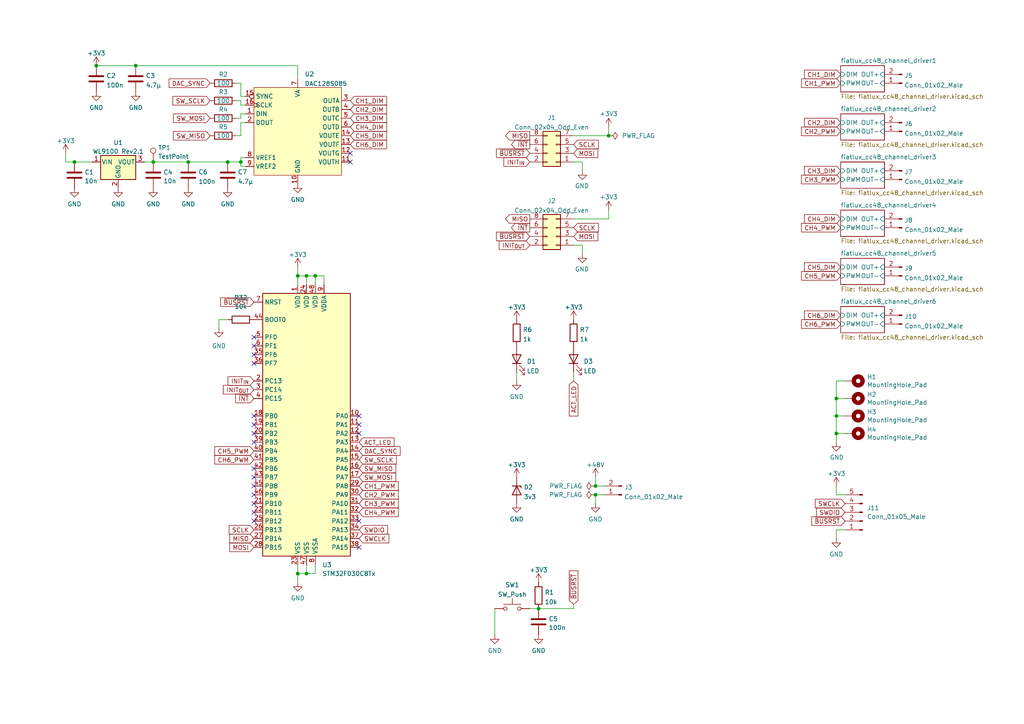
<source format=kicad_sch>
(kicad_sch (version 20211123) (generator eeschema)
  (paper "A4")
  (lib_symbols
    (symbol "Connector:Conn_01x02_Male" (pin_names (offset 1.016) hide)
      (property "Reference" "J" (at 0 2.54 0))
      (property "Value" "Conn_01x02_Male" (at 0 -5.08 0))
      (symbol "Conn_01x02_Male_1_1"
        (polyline (pts (xy 1.27 -2.54) (xy 0.8636 -2.54)) (stroke (width 0.1524)))
        (polyline (pts (xy 1.27 0) (xy 0.8636 0)) (stroke (width 0.1524)))
        (rectangle (start 0.8636 -2.413) (end 0 -2.667) (stroke (width 0.1524)) (fill (type outline)))
        (rectangle (start 0.8636 0.127) (end 0 -0.127) (stroke (width 0.1524)) (fill (type outline)))
        (pin passive line (at 5.08 0 180) (length 3.81) (name "Pin_1") (number "1"))
        (pin passive line (at 5.08 -2.54 180) (length 3.81) (name "Pin_2") (number "2"))
      )
    )
    (symbol "Connector:Conn_01x05_Male" (pin_names (offset 1.016) hide)
      (property "Reference" "J" (at 0 7.62 0))
      (property "Value" "Conn_01x05_Male" (at 0 -7.62 0))
      (symbol "Conn_01x05_Male_1_1"
        (polyline (pts (xy 1.27 -5.08) (xy 0.8636 -5.08)) (stroke (width 0.1524)))
        (polyline (pts (xy 1.27 -2.54) (xy 0.8636 -2.54)) (stroke (width 0.1524)))
        (polyline (pts (xy 1.27 0) (xy 0.8636 0)) (stroke (width 0.1524)))
        (polyline (pts (xy 1.27 2.54) (xy 0.8636 2.54)) (stroke (width 0.1524)))
        (polyline (pts (xy 1.27 5.08) (xy 0.8636 5.08)) (stroke (width 0.1524)))
        (rectangle (start 0.8636 -4.953) (end 0 -5.207) (stroke (width 0.1524)) (fill (type outline)))
        (rectangle (start 0.8636 -2.413) (end 0 -2.667) (stroke (width 0.1524)) (fill (type outline)))
        (rectangle (start 0.8636 0.127) (end 0 -0.127) (stroke (width 0.1524)) (fill (type outline)))
        (rectangle (start 0.8636 2.667) (end 0 2.413) (stroke (width 0.1524)) (fill (type outline)))
        (rectangle (start 0.8636 5.207) (end 0 4.953) (stroke (width 0.1524)) (fill (type outline)))
        (pin passive line (at 5.08 5.08 180) (length 3.81) (name "Pin_1") (number "1"))
        (pin passive line (at 5.08 2.54 180) (length 3.81) (name "Pin_2") (number "2"))
        (pin passive line (at 5.08 0 180) (length 3.81) (name "Pin_3") (number "3"))
        (pin passive line (at 5.08 -2.54 180) (length 3.81) (name "Pin_4") (number "4"))
        (pin passive line (at 5.08 -5.08 180) (length 3.81) (name "Pin_5") (number "5"))
      )
    )
    (symbol "Connector:TestPoint" (pin_numbers hide) (pin_names (offset 0.762) hide)
      (property "Reference" "TP" (at 0 6.858 0))
      (property "Value" "TestPoint" (at 0 5.08 0))
      (symbol "TestPoint_0_1"
        (circle (center 0 3.302) (radius 0.762))
      )
      (symbol "TestPoint_1_1"
        (pin passive line (at 0 0 90) (length 2.54) (name "1") (number "1"))
      )
    )
    (symbol "Connector_Generic:Conn_02x04_Odd_Even" (pin_names (offset 1.016) hide)
      (property "Reference" "J" (at 1.27 5.08 0))
      (property "Value" "Conn_02x04_Odd_Even" (at 1.27 -7.62 0))
      (symbol "Conn_02x04_Odd_Even_1_1"
        (rectangle (start -1.27 -4.953) (end 0 -5.207) (stroke (width 0.1524)))
        (rectangle (start -1.27 -2.413) (end 0 -2.667) (stroke (width 0.1524)))
        (rectangle (start -1.27 0.127) (end 0 -0.127) (stroke (width 0.1524)))
        (rectangle (start -1.27 2.667) (end 0 2.413) (stroke (width 0.1524)))
        (rectangle (start -1.27 3.81) (end 3.81 -6.35) (stroke (width 0.254)) (fill (type background)))
        (rectangle (start 3.81 -4.953) (end 2.54 -5.207) (stroke (width 0.1524)))
        (rectangle (start 3.81 -2.413) (end 2.54 -2.667) (stroke (width 0.1524)))
        (rectangle (start 3.81 0.127) (end 2.54 -0.127) (stroke (width 0.1524)))
        (rectangle (start 3.81 2.667) (end 2.54 2.413) (stroke (width 0.1524)))
        (pin passive line (at -5.08 2.54 0) (length 3.81) (name "Pin_1") (number "1"))
        (pin passive line (at 7.62 2.54 180) (length 3.81) (name "Pin_2") (number "2"))
        (pin passive line (at -5.08 0 0) (length 3.81) (name "Pin_3") (number "3"))
        (pin passive line (at 7.62 0 180) (length 3.81) (name "Pin_4") (number "4"))
        (pin passive line (at -5.08 -2.54 0) (length 3.81) (name "Pin_5") (number "5"))
        (pin passive line (at 7.62 -2.54 180) (length 3.81) (name "Pin_6") (number "6"))
        (pin passive line (at -5.08 -5.08 0) (length 3.81) (name "Pin_7") (number "7"))
        (pin passive line (at 7.62 -5.08 180) (length 3.81) (name "Pin_8") (number "8"))
      )
    )
    (symbol "Device:C" (pin_numbers hide) (pin_names (offset 0.254))
      (property "Reference" "C" (at 0.635 2.54 0))
      (property "Value" "C" (at 0.635 -2.54 0))
      (symbol "C_0_1"
        (polyline (pts (xy -2.032 -0.762) (xy 2.032 -0.762)) (stroke (width 0.508)))
        (polyline (pts (xy -2.032 0.762) (xy 2.032 0.762)) (stroke (width 0.508)))
      )
      (symbol "C_1_1"
        (pin passive line (at 0 3.81 270) (length 2.794) (name "~") (number "1"))
        (pin passive line (at 0 -3.81 90) (length 2.794) (name "~") (number "2"))
      )
    )
    (symbol "Device:D_Zener" (pin_numbers hide) (pin_names (offset 1.016) hide)
      (property "Reference" "D" (at 0 2.54 0))
      (property "Value" "D_Zener" (at 0 -2.54 0))
      (symbol "D_Zener_0_1"
        (polyline (pts (xy 1.27 0) (xy -1.27 0)))
        (polyline (pts (xy -1.27 -1.27) (xy -1.27 1.27) (xy -0.762 1.27)) (stroke (width 0.254)))
        (polyline (pts (xy 1.27 -1.27) (xy 1.27 1.27) (xy -1.27 0) (xy 1.27 -1.27)) (stroke (width 0.254)))
      )
      (symbol "D_Zener_1_1"
        (pin passive line (at -3.81 0 0) (length 2.54) (name "K") (number "1"))
        (pin passive line (at 3.81 0 180) (length 2.54) (name "A") (number "2"))
      )
    )
    (symbol "Device:LED" (pin_numbers hide) (pin_names (offset 1.016) hide)
      (property "Reference" "D" (at 0 2.54 0))
      (property "Value" "LED" (at 0 -2.54 0))
      (symbol "LED_0_1"
        (polyline (pts (xy -1.27 -1.27) (xy -1.27 1.27)) (stroke (width 0.254)))
        (polyline (pts (xy -1.27 0) (xy 1.27 0)))
        (polyline (pts (xy 1.27 -1.27) (xy 1.27 1.27) (xy -1.27 0) (xy 1.27 -1.27)) (stroke (width 0.254)))
        (polyline (pts (xy -3.048 -0.762) (xy -4.572 -2.286) (xy -3.81 -2.286) (xy -4.572 -2.286) (xy -4.572 -1.524)))
        (polyline (pts (xy -1.778 -0.762) (xy -3.302 -2.286) (xy -2.54 -2.286) (xy -3.302 -2.286) (xy -3.302 -1.524)))
      )
      (symbol "LED_1_1"
        (pin passive line (at -3.81 0 0) (length 2.54) (name "K") (number "1"))
        (pin passive line (at 3.81 0 180) (length 2.54) (name "A") (number "2"))
      )
    )
    (symbol "Device:R" (pin_numbers hide) (pin_names (offset 0))
      (property "Reference" "R" (at 2.032 0 90))
      (property "Value" "R" (at 0 0 90))
      (symbol "R_0_1"
        (rectangle (start -1.016 -2.54) (end 1.016 2.54) (stroke (width 0.254)))
      )
      (symbol "R_1_1"
        (pin passive line (at 0 3.81 270) (length 1.27) (name "~") (number "1"))
        (pin passive line (at 0 -3.81 90) (length 1.27) (name "~") (number "2"))
      )
    )
    (symbol "Library:DAC128S085"
      (property "Reference" "U" (at 0 -1.27 0))
      (property "Value" "DAC128S085" (at 0 1.27 0))
      (symbol "DAC128S085_0_1"
        (rectangle (start -12.7 12.7) (end 12.7 -12.7) (stroke (width 0.1524)) (fill (type background)))
      )
      (symbol "DAC128S085_1_1"
        (pin input line (at -15.24 5.08 0) (length 2.54) (name "DIN") (number "1"))
        (pin power_in line (at 0 -15.24 90) (length 2.54) (name "GND") (number "10"))
        (pin output line (at 15.24 -8.89 180) (length 2.54) (name "VOUTH") (number "11"))
        (pin output line (at 15.24 -6.35 180) (length 2.54) (name "VOUTG") (number "12"))
        (pin output line (at 15.24 -3.81 180) (length 2.54) (name "VOUTF") (number "13"))
        (pin output line (at 15.24 -1.27 180) (length 2.54) (name "VOUTE") (number "14"))
        (pin input inverted (at -15.24 10.16 0) (length 2.54) (name "SYNC") (number "15"))
        (pin input clock (at -15.24 7.62 0) (length 2.54) (name "SCLK") (number "16"))
        (pin output line (at -15.24 2.54 0) (length 2.54) (name "DOUT") (number "2"))
        (pin output line (at 15.24 8.89 180) (length 2.54) (name "OUTA") (number "3"))
        (pin output line (at 15.24 6.35 180) (length 2.54) (name "OUTB") (number "4"))
        (pin output line (at 15.24 3.81 180) (length 2.54) (name "OUTC") (number "5"))
        (pin output line (at 15.24 1.27 180) (length 2.54) (name "OUTD") (number "6"))
        (pin power_in line (at 0 15.24 270) (length 2.54) (name "VA") (number "7"))
        (pin input line (at -15.24 -7.62 0) (length 2.54) (name "VREF1") (number "8"))
        (pin input line (at -15.24 -10.16 0) (length 2.54) (name "VREF2") (number "9"))
      )
    )
    (symbol "MCU_ST_STM32F0:STM32F030C8Tx"
      (property "Reference" "U" (at -12.7 39.37 0))
      (property "Value" "STM32F030C8Tx" (at 7.62 39.37 0))
      (symbol "STM32F030C8Tx_0_1"
        (rectangle (start -12.7 -38.1) (end 12.7 38.1) (stroke (width 0.254)) (fill (type background)))
      )
      (symbol "STM32F030C8Tx_1_1"
        (pin power_in line (at -2.54 40.64 270) (length 2.54) (name "VDD") (number "1"))
        (pin bidirectional line (at 15.24 2.54 180) (length 2.54) (name "PA0") (number "10"))
        (pin bidirectional line (at 15.24 0 180) (length 2.54) (name "PA1") (number "11"))
        (pin bidirectional line (at 15.24 -2.54 180) (length 2.54) (name "PA2") (number "12"))
        (pin bidirectional line (at 15.24 -5.08 180) (length 2.54) (name "PA3") (number "13"))
        (pin bidirectional line (at 15.24 -7.62 180) (length 2.54) (name "PA4") (number "14"))
        (pin bidirectional line (at 15.24 -10.16 180) (length 2.54) (name "PA5") (number "15"))
        (pin bidirectional line (at 15.24 -12.7 180) (length 2.54) (name "PA6") (number "16"))
        (pin bidirectional line (at 15.24 -15.24 180) (length 2.54) (name "PA7") (number "17"))
        (pin bidirectional line (at -15.24 2.54 0) (length 2.54) (name "PB0") (number "18"))
        (pin bidirectional line (at -15.24 0 0) (length 2.54) (name "PB1") (number "19"))
        (pin bidirectional line (at -15.24 12.7 0) (length 2.54) (name "PC13") (number "2"))
        (pin bidirectional line (at -15.24 -2.54 0) (length 2.54) (name "PB2") (number "20"))
        (pin bidirectional line (at -15.24 -22.86 0) (length 2.54) (name "PB10") (number "21"))
        (pin bidirectional line (at -15.24 -25.4 0) (length 2.54) (name "PB11") (number "22"))
        (pin power_in line (at -2.54 -40.64 90) (length 2.54) (name "VSS") (number "23"))
        (pin power_in line (at 0 40.64 270) (length 2.54) (name "VDD") (number "24"))
        (pin bidirectional line (at -15.24 -27.94 0) (length 2.54) (name "PB12") (number "25"))
        (pin bidirectional line (at -15.24 -30.48 0) (length 2.54) (name "PB13") (number "26"))
        (pin bidirectional line (at -15.24 -33.02 0) (length 2.54) (name "PB14") (number "27"))
        (pin bidirectional line (at -15.24 -35.56 0) (length 2.54) (name "PB15") (number "28"))
        (pin bidirectional line (at 15.24 -17.78 180) (length 2.54) (name "PA8") (number "29"))
        (pin bidirectional line (at -15.24 10.16 0) (length 2.54) (name "PC14") (number "3"))
        (pin bidirectional line (at 15.24 -20.32 180) (length 2.54) (name "PA9") (number "30"))
        (pin bidirectional line (at 15.24 -22.86 180) (length 2.54) (name "PA10") (number "31"))
        (pin bidirectional line (at 15.24 -25.4 180) (length 2.54) (name "PA11") (number "32"))
        (pin bidirectional line (at 15.24 -27.94 180) (length 2.54) (name "PA12") (number "33"))
        (pin bidirectional line (at 15.24 -30.48 180) (length 2.54) (name "PA13") (number "34"))
        (pin bidirectional line (at -15.24 20.32 0) (length 2.54) (name "PF6") (number "35"))
        (pin bidirectional line (at -15.24 17.78 0) (length 2.54) (name "PF7") (number "36"))
        (pin bidirectional line (at 15.24 -33.02 180) (length 2.54) (name "PA14") (number "37"))
        (pin bidirectional line (at 15.24 -35.56 180) (length 2.54) (name "PA15") (number "38"))
        (pin bidirectional line (at -15.24 -5.08 0) (length 2.54) (name "PB3") (number "39"))
        (pin bidirectional line (at -15.24 7.62 0) (length 2.54) (name "PC15") (number "4"))
        (pin bidirectional line (at -15.24 -7.62 0) (length 2.54) (name "PB4") (number "40"))
        (pin bidirectional line (at -15.24 -10.16 0) (length 2.54) (name "PB5") (number "41"))
        (pin bidirectional line (at -15.24 -12.7 0) (length 2.54) (name "PB6") (number "42"))
        (pin bidirectional line (at -15.24 -15.24 0) (length 2.54) (name "PB7") (number "43"))
        (pin input line (at -15.24 30.48 0) (length 2.54) (name "BOOT0") (number "44"))
        (pin bidirectional line (at -15.24 -17.78 0) (length 2.54) (name "PB8") (number "45"))
        (pin bidirectional line (at -15.24 -20.32 0) (length 2.54) (name "PB9") (number "46"))
        (pin power_in line (at 0 -40.64 90) (length 2.54) (name "VSS") (number "47"))
        (pin power_in line (at 2.54 40.64 270) (length 2.54) (name "VDD") (number "48"))
        (pin input line (at -15.24 25.4 0) (length 2.54) (name "PF0") (number "5"))
        (pin input line (at -15.24 22.86 0) (length 2.54) (name "PF1") (number "6"))
        (pin input line (at -15.24 35.56 0) (length 2.54) (name "NRST") (number "7"))
        (pin power_in line (at 2.54 -40.64 90) (length 2.54) (name "VSSA") (number "8"))
        (pin power_in line (at 5.08 40.64 270) (length 2.54) (name "VDDA") (number "9"))
      )
    )
    (symbol "Mechanical:MountingHole_Pad" (pin_numbers hide) (pin_names (offset 1.016) hide)
      (property "Reference" "H" (at 0 6.35 0))
      (property "Value" "MountingHole_Pad" (at 0 4.445 0))
      (symbol "MountingHole_Pad_0_1"
        (circle (center 0 1.27) (radius 1.27) (stroke (width 1.27)))
      )
      (symbol "MountingHole_Pad_1_1"
        (pin input line (at 0 -2.54 90) (length 2.54) (name "1") (number "1"))
      )
    )
    (symbol "Regulator_Linear:AP2204R-3.0" (pin_names (offset 0.254))
      (property "Reference" "U" (at -5.08 3.175 0))
      (property "Value" "AP2204R-3.0" (at 0 3.175 0))
      (symbol "AP2204R-3.0_0_1"
        (rectangle (start -5.08 1.905) (end 5.08 -5.08) (stroke (width 0.254)) (fill (type background)))
      )
      (symbol "AP2204R-3.0_1_1"
        (pin power_in line (at -7.62 0 0) (length 2.54) (name "VIN") (number "1"))
        (pin power_in line (at 0 -7.62 90) (length 2.54) (name "GND") (number "2"))
        (pin power_out line (at 7.62 0 180) (length 2.54) (name "VOUT") (number "3"))
      )
    )
    (symbol "Switch:SW_Push" (pin_numbers hide) (pin_names (offset 1.016) hide)
      (property "Reference" "SW" (at 1.27 2.54 0))
      (property "Value" "SW_Push" (at 0 -1.524 0))
      (symbol "SW_Push_0_1"
        (circle (center -2.032 0) (radius 0.508))
        (polyline (pts (xy 0 1.27) (xy 0 3.048)))
        (polyline (pts (xy 2.54 1.27) (xy -2.54 1.27)))
        (circle (center 2.032 0) (radius 0.508))
        (pin passive line (at -5.08 0 0) (length 2.54) (name "1") (number "1"))
        (pin passive line (at 5.08 0 180) (length 2.54) (name "2") (number "2"))
      )
    )
    (symbol "library:DAC128S085"
      (property "Reference" "U2" (at 2.0194 16.6157 0))
      (property "Value" "DAC128S085" (at 2.0194 13.8406 0))
      (symbol "DAC128S085_0_1"
        (rectangle (start -12.7 12.7) (end 12.7 -12.7) (stroke (width 0.1524)) (fill (type background)))
      )
      (symbol "DAC128S085_1_1"
        (pin input line (at -15.24 5.08 0) (length 2.54) (name "DIN") (number "1"))
        (pin power_in line (at 0 -15.24 90) (length 2.54) (name "GND") (number "10"))
        (pin output line (at 15.24 -8.89 180) (length 2.54) (name "VOUTH") (number "11"))
        (pin output line (at 15.24 -6.35 180) (length 2.54) (name "VOUTG") (number "12"))
        (pin output line (at 15.24 -3.81 180) (length 2.54) (name "VOUTF") (number "13"))
        (pin output line (at 15.24 -1.27 180) (length 2.54) (name "VOUTE") (number "14"))
        (pin input inverted (at -15.24 10.16 0) (length 2.54) (name "SYNC") (number "15"))
        (pin input clock (at -15.24 7.62 0) (length 2.54) (name "SCLK") (number "16"))
        (pin output line (at -15.24 2.54 0) (length 2.54) (name "DOUT") (number "2"))
        (pin output line (at 15.24 8.89 180) (length 2.54) (name "OUTA") (number "3"))
        (pin output line (at 15.24 6.35 180) (length 2.54) (name "OUTB") (number "4"))
        (pin output line (at 15.24 3.81 180) (length 2.54) (name "OUTC") (number "5"))
        (pin output line (at 15.24 1.27 180) (length 2.54) (name "OUTD") (number "6"))
        (pin power_in line (at 0 15.24 270) (length 2.54) (name "VA") (number "7"))
        (pin input line (at -15.24 -7.62 0) (length 2.54) (name "VREF1") (number "8"))
        (pin input line (at -15.24 -10.16 0) (length 2.54) (name "VREF2") (number "9"))
      )
    )
    (symbol "power:+3.3V" (power) (pin_names (offset 0))
      (property "Value" "+3.3V" (at 0 3.556 0))
      (symbol "+3.3V_0_1"
        (polyline (pts (xy -0.762 1.27) (xy 0 2.54)))
        (polyline (pts (xy 0 0) (xy 0 2.54)))
        (polyline (pts (xy 0 2.54) (xy 0.762 1.27)))
      )
      (symbol "+3.3V_1_1"
        (pin power_in line (at 0 0 90) (length 0) hide (name "+3V3") (number "1"))
      )
    )
    (symbol "power:+3V3" (power) (pin_names (offset 0))
      (property "Value" "+3V3" (at 0 3.556 0))
      (symbol "+3V3_0_1"
        (polyline (pts (xy -0.762 1.27) (xy 0 2.54)))
        (polyline (pts (xy 0 0) (xy 0 2.54)))
        (polyline (pts (xy 0 2.54) (xy 0.762 1.27)))
      )
      (symbol "+3V3_1_1"
        (pin power_in line (at 0 0 90) (length 0) hide (name "+3V3") (number "1"))
      )
    )
    (symbol "power:+48V" (power) (pin_names (offset 0))
      (property "Value" "+48V" (at 0 3.556 0))
      (symbol "+48V_0_1"
        (polyline (pts (xy -0.762 1.27) (xy 0 2.54)))
        (polyline (pts (xy 0 0) (xy 0 2.54)))
        (polyline (pts (xy 0 2.54) (xy 0.762 1.27)))
      )
      (symbol "+48V_1_1"
        (pin power_in line (at 0 0 90) (length 0) hide (name "+48V") (number "1"))
      )
    )
    (symbol "power:GND" (power) (pin_names (offset 0))
      (property "Value" "GND" (at 0 -3.81 0))
      (symbol "GND_0_1"
        (polyline (pts (xy 0 0) (xy 0 -1.27) (xy 1.27 -1.27) (xy 0 -2.54) (xy -1.27 -1.27) (xy 0 -1.27)))
      )
      (symbol "GND_1_1"
        (pin power_in line (at 0 0 270) (length 0) hide (name "GND") (number "1"))
      )
    )
    (symbol "power:PWR_FLAG" (power) (pin_numbers hide) (pin_names (offset 0) hide)
      (property "Value" "PWR_FLAG" (at 0 3.81 0))
      (symbol "PWR_FLAG_0_0"
        (pin power_out line (at 0 0 90) (length 0) (name "pwr") (number "1"))
      )
      (symbol "PWR_FLAG_0_1"
        (polyline (pts (xy 0 0) (xy 0 1.27) (xy -1.016 1.905) (xy 0 2.54) (xy 1.016 1.905) (xy 0 1.27)))
      )
    )
  )
  (junction (at 44.45 46.99))
  (junction (at 242.57 115.57))
  (junction (at 172.72 140.97))
  (junction (at 66.04 46.99))
  (junction (at 39.37 19.05))
  (junction (at 88.9 166.37))
  (junction (at 69.85 46.99))
  (junction (at 88.9 80.01))
  (junction (at 86.36 166.37))
  (junction (at 21.59 46.99))
  (junction (at 242.57 125.73))
  (junction (at 172.72 143.51))
  (junction (at 54.61 46.99))
  (junction (at 91.44 80.01))
  (junction (at 27.94 19.05))
  (junction (at 242.57 120.65))
  (junction (at 156.21 176.53))
  (junction (at 176.53 39.37))
  (junction (at 86.36 80.01))
  (no_connect (at 101.6 44.45))
  (no_connect (at 101.6 46.99))
  (no_connect (at 104.14 151.13))
  (no_connect (at 104.14 158.75))
  (no_connect (at 104.14 125.73))
  (no_connect (at 104.14 123.19))
  (no_connect (at 104.14 120.65))
  (no_connect (at 73.66 97.79))
  (no_connect (at 73.66 100.33))
  (no_connect (at 73.66 102.87))
  (no_connect (at 73.66 105.41))
  (no_connect (at 73.66 120.65))
  (no_connect (at 73.66 123.19))
  (no_connect (at 73.66 125.73))
  (no_connect (at 73.66 128.27))
  (no_connect (at 73.66 135.89))
  (no_connect (at 73.66 138.43))
  (no_connect (at 73.66 140.97))
  (no_connect (at 73.66 143.51))
  (no_connect (at 73.66 146.05))
  (no_connect (at 73.66 148.59))
  (no_connect (at 73.66 151.13))
  (wire (pts (xy 88.9 80.01) (xy 91.44 80.01)))
  (wire (pts (xy 69.85 27.94) (xy 69.85 24.13)))
  (wire (pts (xy 86.36 19.05) (xy 86.36 22.86)))
  (wire (pts (xy 27.94 19.05) (xy 39.37 19.05)))
  (wire (pts (xy 69.85 46.99) (xy 69.85 48.26)))
  (wire (pts (xy 176.53 36.83) (xy 176.53 39.37)))
  (wire (pts (xy 69.85 39.37) (xy 68.58 39.37)))
  (wire (pts (xy 39.37 19.05) (xy 86.36 19.05)))
  (wire (pts (xy 19.05 46.99) (xy 21.59 46.99)))
  (wire (pts (xy 242.57 115.57) (xy 242.57 120.65)))
  (wire (pts (xy 69.85 24.13) (xy 68.58 24.13)))
  (wire (pts (xy 242.57 115.57) (xy 245.11 115.57)))
  (wire (pts (xy 166.37 46.99) (xy 168.91 46.99)))
  (wire (pts (xy 66.04 92.71) (xy 63.5 92.71)))
  (wire (pts (xy 88.9 166.37) (xy 91.44 166.37)))
  (wire (pts (xy 69.85 45.72) (xy 69.85 46.99)))
  (wire (pts (xy 86.36 77.47) (xy 86.36 80.01)))
  (wire (pts (xy 66.04 46.99) (xy 69.85 46.99)))
  (wire (pts (xy 172.72 140.97) (xy 175.26 140.97)))
  (wire (pts (xy 242.57 125.73) (xy 242.57 128.27)))
  (wire (pts (xy 44.45 46.99) (xy 54.61 46.99)))
  (wire (pts (xy 176.53 39.37) (xy 166.37 39.37)))
  (wire (pts (xy 242.57 143.51) (xy 245.11 143.51)))
  (wire (pts (xy 41.91 46.99) (xy 44.45 46.99)))
  (wire (pts (xy 242.57 120.65) (xy 245.11 120.65)))
  (wire (pts (xy 168.91 46.99) (xy 168.91 49.53)))
  (wire (pts (xy 69.85 45.72) (xy 71.12 45.72)))
  (wire (pts (xy 242.57 153.67) (xy 245.11 153.67)))
  (wire (pts (xy 156.21 176.53) (xy 166.37 176.53)))
  (wire (pts (xy 86.36 80.01) (xy 88.9 80.01)))
  (wire (pts (xy 21.59 46.99) (xy 26.67 46.99)))
  (wire (pts (xy 175.26 143.51) (xy 172.72 143.51)))
  (wire (pts (xy 69.85 30.48) (xy 71.12 30.48)))
  (wire (pts (xy 168.91 71.12) (xy 168.91 73.66)))
  (wire (pts (xy 153.67 176.53) (xy 156.21 176.53)))
  (wire (pts (xy 242.57 110.49) (xy 242.57 115.57)))
  (wire (pts (xy 143.51 176.53) (xy 143.51 184.15)))
  (wire (pts (xy 176.53 63.5) (xy 166.37 63.5)))
  (wire (pts (xy 172.72 138.43) (xy 172.72 140.97)))
  (wire (pts (xy 88.9 163.83) (xy 88.9 166.37)))
  (wire (pts (xy 71.12 48.26) (xy 69.85 48.26)))
  (wire (pts (xy 69.85 33.02) (xy 69.85 34.29)))
  (wire (pts (xy 71.12 33.02) (xy 69.85 33.02)))
  (wire (pts (xy 69.85 29.21) (xy 69.85 30.48)))
  (wire (pts (xy 91.44 166.37) (xy 91.44 163.83)))
  (wire (pts (xy 63.5 92.71) (xy 63.5 95.25)))
  (wire (pts (xy 176.53 60.96) (xy 176.53 63.5)))
  (wire (pts (xy 149.86 107.95) (xy 149.86 110.49)))
  (wire (pts (xy 245.11 110.49) (xy 242.57 110.49)))
  (wire (pts (xy 71.12 27.94) (xy 69.85 27.94)))
  (wire (pts (xy 86.36 166.37) (xy 88.9 166.37)))
  (wire (pts (xy 71.12 35.56) (xy 69.85 35.56)))
  (wire (pts (xy 86.36 166.37) (xy 86.36 168.91)))
  (wire (pts (xy 68.58 34.29) (xy 69.85 34.29)))
  (wire (pts (xy 172.72 143.51) (xy 172.72 146.05)))
  (wire (pts (xy 91.44 80.01) (xy 91.44 82.55)))
  (wire (pts (xy 86.36 163.83) (xy 86.36 166.37)))
  (wire (pts (xy 166.37 71.12) (xy 168.91 71.12)))
  (wire (pts (xy 245.11 125.73) (xy 242.57 125.73)))
  (wire (pts (xy 166.37 175.26) (xy 166.37 176.53)))
  (wire (pts (xy 91.44 80.01) (xy 93.98 80.01)))
  (wire (pts (xy 242.57 153.67) (xy 242.57 156.21)))
  (wire (pts (xy 68.58 29.21) (xy 69.85 29.21)))
  (wire (pts (xy 88.9 80.01) (xy 88.9 82.55)))
  (wire (pts (xy 19.05 46.99) (xy 19.05 44.45)))
  (wire (pts (xy 242.57 120.65) (xy 242.57 125.73)))
  (wire (pts (xy 166.37 107.95) (xy 166.37 110.49)))
  (wire (pts (xy 93.98 80.01) (xy 93.98 82.55)))
  (wire (pts (xy 54.61 46.99) (xy 66.04 46.99)))
  (wire (pts (xy 242.57 140.97) (xy 242.57 143.51)))
  (wire (pts (xy 69.85 35.56) (xy 69.85 39.37)))
  (wire (pts (xy 86.36 82.55) (xy 86.36 80.01)))
  (global_label "CH6_DIM" (shape input) (at 243.84 91.44 180) (property "Intersheet References" "${INTERSHEET_REFS}" (effects hide)))
  (global_label "SW_SCLK" (shape input) (at 60.96 29.21 180) (property "Intersheet References" "${INTERSHEET_REFS}" (effects hide)))
  (global_label "INIT_{OUT}" (shape input) (at 153.67 71.12 180) (property "Referenzen zwischen Schaltplänen" "${INTERSHEET_REFS}" (effects hide)))
  (global_label "~{BUSRST}" (shape input) (at 73.66 87.63 180) (property "Referenzen zwischen Schaltplänen" "${INTERSHEET_REFS}" (effects hide)))
  (global_label "SWCLK" (shape input) (at 104.14 156.21 0) (property "Intersheet References" "${INTERSHEET_REFS}" (effects hide)))
  (global_label "CH2_DIM" (shape input) (at 101.6 31.75 0) (property "Intersheet References" "${INTERSHEET_REFS}" (effects hide)))
  (global_label "CH5_PWM" (shape input) (at 73.66 130.81 180) (property "Intersheet References" "${INTERSHEET_REFS}" (effects hide)))
  (global_label "CH5_DIM" (shape input) (at 243.84 77.47 180) (property "Intersheet References" "${INTERSHEET_REFS}" (effects hide)))
  (global_label "SWDIO" (shape input) (at 104.14 153.67 0) (property "Intersheet References" "${INTERSHEET_REFS}" (effects hide)))
  (global_label "SWDIO" (shape input) (at 245.11 148.59 180) (property "Intersheet References" "${INTERSHEET_REFS}" (effects hide)))
  (global_label "SCLK" (shape input) (at 166.37 66.04 0) (property "Referenzen zwischen Schaltplänen" "${INTERSHEET_REFS}" (effects hide)))
  (global_label "MOSI" (shape input) (at 166.37 68.58 0) (property "Referenzen zwischen Schaltplänen" "${INTERSHEET_REFS}" (effects hide)))
  (global_label "SW_MISO" (shape input) (at 104.14 135.89 0) (property "Intersheet References" "${INTERSHEET_REFS}" (effects hide)))
  (global_label "SW_MOSI" (shape input) (at 104.14 138.43 0) (property "Intersheet References" "${INTERSHEET_REFS}" (effects hide)))
  (global_label "CH2_PWM" (shape input) (at 104.14 143.51 0) (property "Intersheet References" "${INTERSHEET_REFS}" (effects hide)))
  (global_label "CH4_PWM" (shape input) (at 104.14 148.59 0) (property "Intersheet References" "${INTERSHEET_REFS}" (effects hide)))
  (global_label "ACT_LED" (shape input) (at 166.37 110.49 270) (property "Intersheet References" "${INTERSHEET_REFS}" (effects hide)))
  (global_label "INIT_{IN}" (shape input) (at 153.67 46.99 180) (property "Referenzen zwischen Schaltplänen" "${INTERSHEET_REFS}" (effects hide)))
  (global_label "SCLK" (shape input) (at 166.37 41.91 0) (property "Referenzen zwischen Schaltplänen" "${INTERSHEET_REFS}" (effects hide)))
  (global_label "MOSI" (shape input) (at 166.37 44.45 0) (property "Referenzen zwischen Schaltplänen" "${INTERSHEET_REFS}" (effects hide)))
  (global_label "~{INT}" (shape output) (at 153.67 41.91 180) (property "Referenzen zwischen Schaltplänen" "${INTERSHEET_REFS}" (effects hide)))
  (global_label "CH1_DIM" (shape input) (at 101.6 29.21 0) (property "Intersheet References" "${INTERSHEET_REFS}" (effects hide)))
  (global_label "CH3_DIM" (shape input) (at 101.6 34.29 0) (property "Intersheet References" "${INTERSHEET_REFS}" (effects hide)))
  (global_label "SW_MOSI" (shape input) (at 60.96 34.29 180) (property "Intersheet References" "${INTERSHEET_REFS}" (effects hide)))
  (global_label "MISO" (shape output) (at 153.67 63.5 180) (property "Referenzen zwischen Schaltplänen" "${INTERSHEET_REFS}" (effects hide)))
  (global_label "~{INT}" (shape output) (at 153.67 66.04 180) (property "Referenzen zwischen Schaltplänen" "${INTERSHEET_REFS}" (effects hide)))
  (global_label "SWCLK" (shape input) (at 245.11 146.05 180) (property "Intersheet References" "${INTERSHEET_REFS}" (effects hide)))
  (global_label "CH6_PWM" (shape input) (at 243.84 93.98 180) (property "Intersheet References" "${INTERSHEET_REFS}" (effects hide)))
  (global_label "CH3_DIM" (shape input) (at 243.84 49.53 180) (property "Intersheet References" "${INTERSHEET_REFS}" (effects hide)))
  (global_label "CH3_PWM" (shape input) (at 104.14 146.05 0) (property "Intersheet References" "${INTERSHEET_REFS}" (effects hide)))
  (global_label "CH1_PWM" (shape input) (at 104.14 140.97 0) (property "Intersheet References" "${INTERSHEET_REFS}" (effects hide)))
  (global_label "MOSI" (shape input) (at 73.66 158.75 180) (property "Intersheet References" "${INTERSHEET_REFS}" (effects hide)))
  (global_label "SW_SCLK" (shape input) (at 104.14 133.35 0) (property "Intersheet References" "${INTERSHEET_REFS}" (effects hide)))
  (global_label "CH4_DIM" (shape input) (at 243.84 63.5 180) (property "Intersheet References" "${INTERSHEET_REFS}" (effects hide)))
  (global_label "DAC_SYNC" (shape input) (at 60.96 24.13 180) (property "Intersheet References" "${INTERSHEET_REFS}" (effects hide)))
  (global_label "SCLK" (shape input) (at 73.66 153.67 180) (property "Intersheet References" "${INTERSHEET_REFS}" (effects hide)))
  (global_label "~{BUSRST}" (shape input) (at 153.67 44.45 180) (property "Referenzen zwischen Schaltplänen" "${INTERSHEET_REFS}" (effects hide)))
  (global_label "CH3_PWM" (shape input) (at 243.84 52.07 180) (property "Intersheet References" "${INTERSHEET_REFS}" (effects hide)))
  (global_label "DAC_SYNC" (shape input) (at 104.14 130.81 0) (property "Intersheet References" "${INTERSHEET_REFS}" (effects hide)))
  (global_label "MISO" (shape output) (at 153.67 39.37 180) (property "Referenzen zwischen Schaltplänen" "${INTERSHEET_REFS}" (effects hide)))
  (global_label "CH5_DIM" (shape input) (at 101.6 39.37 0) (property "Intersheet References" "${INTERSHEET_REFS}" (effects hide)))
  (global_label "INIT_{IN}" (shape input) (at 73.66 110.49 180) (property "Intersheet References" "${INTERSHEET_REFS}" (effects hide)))
  (global_label "~{BUSRST}" (shape input) (at 166.37 175.26 90) (property "Referenzen zwischen Schaltplänen" "${INTERSHEET_REFS}" (effects hide)))
  (global_label "CH2_PWM" (shape input) (at 243.84 38.1 180) (property "Intersheet References" "${INTERSHEET_REFS}" (effects hide)))
  (global_label "SW_MISO" (shape input) (at 60.96 39.37 180) (property "Intersheet References" "${INTERSHEET_REFS}" (effects hide)))
  (global_label "INIT_{OUT}" (shape input) (at 73.66 113.03 180) (property "Intersheet References" "${INTERSHEET_REFS}" (effects hide)))
  (global_label "CH5_PWM" (shape input) (at 243.84 80.01 180) (property "Intersheet References" "${INTERSHEET_REFS}" (effects hide)))
  (global_label "CH2_DIM" (shape input) (at 243.84 35.56 180) (property "Intersheet References" "${INTERSHEET_REFS}" (effects hide)))
  (global_label "CH4_PWM" (shape input) (at 243.84 66.04 180) (property "Intersheet References" "${INTERSHEET_REFS}" (effects hide)))
  (global_label "CH6_PWM" (shape input) (at 73.66 133.35 180) (property "Intersheet References" "${INTERSHEET_REFS}" (effects hide)))
  (global_label "~{INT}" (shape input) (at 73.66 115.57 180) (property "Intersheet References" "${INTERSHEET_REFS}" (effects hide)))
  (global_label "~{BUSRST}" (shape input) (at 245.11 151.13 180) (property "Referenzen zwischen Schaltplänen" "${INTERSHEET_REFS}" (effects hide)))
  (global_label "CH6_DIM" (shape input) (at 101.6 41.91 0) (property "Intersheet References" "${INTERSHEET_REFS}" (effects hide)))
  (global_label "ACT_LED" (shape input) (at 104.14 128.27 0) (property "Intersheet References" "${INTERSHEET_REFS}" (effects hide)))
  (global_label "MISO" (shape input) (at 73.66 156.21 180) (property "Intersheet References" "${INTERSHEET_REFS}" (effects hide)))
  (global_label "CH1_PWM" (shape input) (at 243.84 24.13 180) (property "Intersheet References" "${INTERSHEET_REFS}" (effects hide)))
  (global_label "CH1_DIM" (shape input) (at 243.84 21.59 180) (property "Intersheet References" "${INTERSHEET_REFS}" (effects hide)))
  (global_label "~{BUSRST}" (shape input) (at 153.67 68.58 180) (property "Referenzen zwischen Schaltplänen" "${INTERSHEET_REFS}" (effects hide)))
  (global_label "CH4_DIM" (shape input) (at 101.6 36.83 0) (property "Intersheet References" "${INTERSHEET_REFS}" (effects hide)))
  (symbol (lib_id "Mechanical:MountingHole_Pad") (at 247.65 125.73 270) (unit 1)
    (property "Reference" "H4" (at 251.46 124.5616 90) (effects (justify left)))
    (property "Value" "MountingHole_Pad" (at 251.46 126.873 90) (effects (justify left)))
    (property "Footprint" "MountingHole:MountingHole_2.2mm_M2_Pad_Via" (effects hide))
    (property "LCSC" "-" (effects hide))
  )
  (symbol (lib_id "Device:LED") (at 166.37 104.14 90) (unit 1)
    (property "Reference" "D3" (at 169.291 104.819 90) (effects (justify right)))
    (property "Value" "LED" (at 169.291 107.5941 90) (effects (justify right)))
    (property "Footprint" "LED_SMD:LED_0805_2012Metric" (effects hide))
  )
  (symbol (lib_id "power:PWR_FLAG") (at 172.72 140.97 90) (unit 1)
    (property "Reference" "#FLG01" (effects hide))
    (property "Value" "PWR_FLAG" (at 168.91 140.9699 90) (effects (justify left)))
  )
  (symbol (lib_id "Device:C") (at 21.59 50.8 0) (unit 1)
    (property "Reference" "C1" (at 24.511 49.9653 0) (effects (justify left)))
    (property "Value" "10n" (at 24.511 52.5022 0) (effects (justify left)))
    (property "Footprint" "Capacitor_SMD:C_0805_2012Metric" (effects hide))
  )
  (symbol (lib_id "Device:D_Zener") (at 149.86 142.24 270) (unit 1)
    (property "Reference" "D2" (at 151.892 141.3315 90) (effects (justify left)))
    (property "Value" "3v3" (at 151.892 144.1066 90) (effects (justify left)))
    (property "Footprint" "Diode_SMD:D_MiniMELF" (effects hide))
  )
  (symbol (lib_id "Device:R") (at 69.85 92.71 270) (unit 1)
    (property "Reference" "R32" (at 69.85 86.36 90))
    (property "Value" "10k" (at 69.85 88.9 90))
    (property "Footprint" "Resistor_SMD:R_0603_1608Metric" (effects hide))
  )
  (symbol (lib_id "Connector:TestPoint") (at 44.45 46.99 0) (unit 1)
    (property "Reference" "TP1" (at 45.847 42.8533 0) (effects (justify left)))
    (property "Value" "TestPoint" (at 45.847 45.3902 0) (effects (justify left)))
    (property "Footprint" "TestPoint:TestPoint_Pad_D1.0mm" (effects hide))
  )
  (symbol (lib_id "Device:C") (at 27.94 22.86 0) (unit 1)
    (property "Reference" "C2" (at 30.861 21.9515 0) (effects (justify left)))
    (property "Value" "100n" (at 30.861 24.7266 0) (effects (justify left)))
    (property "Footprint" "Capacitor_SMD:C_0805_2012Metric" (effects hide))
  )
  (symbol (lib_id "power:GND") (at 66.04 54.61 0) (unit 1)
    (property "Reference" "#PWR012" (effects hide))
    (property "Value" "GND" (at 66.04 59.1725 0))
  )
  (symbol (lib_id "Device:R") (at 149.86 96.52 0) (unit 1)
    (property "Reference" "R6" (at 151.638 95.6115 0) (effects (justify left)))
    (property "Value" "1k" (at 151.638 98.3866 0) (effects (justify left)))
    (property "Footprint" "Resistor_SMD:R_0603_1608Metric" (effects hide))
  )
  (symbol (lib_id "Connector:Conn_01x02_Male") (at 261.62 38.1 180) (unit 1)
    (property "Reference" "J6" (at 262.3312 35.9215 0) (effects (justify right)))
    (property "Value" "Conn_01x02_Male" (at 262.3312 38.6966 0) (effects (justify right)))
    (property "Footprint" "TerminalBlock:TerminalBlock_bornier-2_P5.08mm" (effects hide))
  )
  (symbol (lib_id "Connector:Conn_01x02_Male") (at 180.34 143.51 180) (unit 1)
    (property "Reference" "J3" (at 181.0512 141.3315 0) (effects (justify right)))
    (property "Value" "Conn_01x02_Male" (at 181.0512 144.1066 0) (effects (justify right)))
    (property "Footprint" "TerminalBlock:TerminalBlock_bornier-2_P5.08mm" (effects hide))
  )
  (symbol (lib_id "power:+3V3") (at 19.05 44.45 0) (unit 1)
    (property "Reference" "#PWR01" (effects hide))
    (property "Value" "+3V3" (at 19.05 40.8455 0))
  )
  (symbol (lib_id "Mechanical:MountingHole_Pad") (at 247.65 115.57 270) (unit 1)
    (property "Reference" "H2" (at 251.46 114.4016 90) (effects (justify left)))
    (property "Value" "MountingHole_Pad" (at 251.46 116.713 90) (effects (justify left)))
    (property "Footprint" "MountingHole:MountingHole_2.2mm_M2_Pad_Via" (effects hide))
    (property "LCSC" "-" (effects hide))
  )
  (symbol (lib_id "power:GND") (at 39.37 26.67 0) (unit 1)
    (property "Reference" "#PWR07" (effects hide))
    (property "Value" "GND" (at 39.37 31.2325 0))
  )
  (symbol (lib_id "Device:R") (at 166.37 96.52 0) (unit 1)
    (property "Reference" "R7" (at 168.148 95.6115 0) (effects (justify left)))
    (property "Value" "1k" (at 168.148 98.3866 0) (effects (justify left)))
    (property "Footprint" "Resistor_SMD:R_0603_1608Metric" (effects hide))
  )
  (symbol (lib_id "Connector:Conn_01x02_Male") (at 261.62 80.01 180) (unit 1)
    (property "Reference" "J9" (at 262.3312 77.8315 0) (effects (justify right)))
    (property "Value" "Conn_01x02_Male" (at 262.3312 80.6066 0) (effects (justify right)))
    (property "Footprint" "TerminalBlock:TerminalBlock_bornier-2_P5.08mm" (effects hide))
  )
  (symbol (lib_id "power:GND") (at 242.57 128.27 0) (unit 1)
    (property "Reference" "#PWR029" (effects hide))
    (property "Value" "GND" (at 242.697 132.6642 0))
  )
  (symbol (lib_id "Device:C") (at 66.04 50.8 0) (unit 1)
    (property "Reference" "C7" (at 68.961 49.8915 0) (effects (justify left)))
    (property "Value" "4.7µ" (at 68.961 52.6666 0) (effects (justify left)))
    (property "Footprint" "Capacitor_SMD:C_0805_2012Metric" (effects hide))
  )
  (symbol (lib_id "power:+3V3") (at 242.57 140.97 0) (unit 1)
    (property "Reference" "#PWR0102" (effects hide))
    (property "Value" "+3V3" (at 242.57 137.3655 0))
  )
  (symbol (lib_id "Connector:Conn_01x02_Male") (at 261.62 66.04 180) (unit 1)
    (property "Reference" "J8" (at 262.3312 63.8615 0) (effects (justify right)))
    (property "Value" "Conn_01x02_Male" (at 262.3312 66.6366 0) (effects (justify right)))
    (property "Footprint" "TerminalBlock:TerminalBlock_bornier-2_P5.08mm" (effects hide))
  )
  (symbol (lib_id "power:GND") (at 27.94 26.67 0) (unit 1)
    (property "Reference" "#PWR04" (effects hide))
    (property "Value" "GND" (at 27.94 31.2325 0))
  )
  (symbol (lib_id "Device:C") (at 54.61 50.8 0) (unit 1)
    (property "Reference" "C6" (at 57.531 49.8915 0) (effects (justify left)))
    (property "Value" "100n" (at 57.531 52.6666 0) (effects (justify left)))
    (property "Footprint" "Capacitor_SMD:C_0805_2012Metric" (effects hide))
  )
  (symbol (lib_id "Device:C") (at 44.45 50.8 0) (unit 1)
    (property "Reference" "C4" (at 47.371 49.9653 0) (effects (justify left)))
    (property "Value" "10n" (at 47.371 52.5022 0) (effects (justify left)))
    (property "Footprint" "Capacitor_SMD:C_0805_2012Metric" (effects hide))
  )
  (symbol (lib_id "power:+48V") (at 172.72 138.43 0) (unit 1)
    (property "Reference" "#PWR024" (effects hide))
    (property "Value" "+48V" (at 172.72 134.8255 0))
  )
  (symbol (lib_id "Device:R") (at 64.77 24.13 90) (unit 1)
    (property "Reference" "R2" (at 64.77 21.59 90))
    (property "Value" "100" (at 64.77 24.13 90))
    (property "Footprint" "Resistor_SMD:R_0603_1608Metric" (effects hide))
  )
  (symbol (lib_id "power:GND") (at 242.57 156.21 0) (unit 1)
    (property "Reference" "#PWR0103" (effects hide))
    (property "Value" "GND" (at 242.57 160.7725 0))
  )
  (symbol (lib_id "power:GND") (at 63.5 95.25 0) (unit 1)
    (property "Reference" "#PWR0101" (effects hide))
    (property "Value" "GND" (at 63.5 100.33 0))
  )
  (symbol (lib_id "Device:C") (at 156.21 180.34 0) (unit 1)
    (property "Reference" "C5" (at 159.131 179.5053 0) (effects (justify left)))
    (property "Value" "100n" (at 159.131 182.0422 0) (effects (justify left)))
    (property "Footprint" "Capacitor_SMD:C_0805_2012Metric" (effects hide))
  )
  (symbol (lib_id "Connector:Conn_01x02_Male") (at 261.62 52.07 180) (unit 1)
    (property "Reference" "J7" (at 262.3312 49.8915 0) (effects (justify right)))
    (property "Value" "Conn_01x02_Male" (at 262.3312 52.6666 0) (effects (justify right)))
    (property "Footprint" "TerminalBlock:TerminalBlock_bornier-2_P5.08mm" (effects hide))
  )
  (symbol (lib_id "Device:R") (at 64.77 39.37 90) (unit 1)
    (property "Reference" "R5" (at 64.77 36.83 90))
    (property "Value" "100" (at 64.77 39.37 90))
    (property "Footprint" "Resistor_SMD:R_0603_1608Metric" (effects hide))
  )
  (symbol (lib_id "Mechanical:MountingHole_Pad") (at 247.65 120.65 270) (unit 1)
    (property "Reference" "H3" (at 251.46 119.4816 90) (effects (justify left)))
    (property "Value" "MountingHole_Pad" (at 251.46 121.793 90) (effects (justify left)))
    (property "Footprint" "MountingHole:MountingHole_2.2mm_M2_Pad_Via" (effects hide))
    (property "LCSC" "-" (effects hide))
  )
  (symbol (lib_id "power:GND") (at 168.91 49.53 0) (mirror y) (unit 1)
    (property "Reference" "#PWR022" (effects hide))
    (property "Value" "GND" (at 168.783 53.9242 0))
  )
  (symbol (lib_id "power:GND") (at 143.51 184.15 0) (unit 1)
    (property "Reference" "#PWR06" (effects hide))
    (property "Value" "GND" (at 143.51 188.7125 0))
  )
  (symbol (lib_id "Connector:Conn_01x02_Male") (at 261.62 93.98 180) (unit 1)
    (property "Reference" "J10" (at 262.3312 91.8015 0) (effects (justify right)))
    (property "Value" "Conn_01x02_Male" (at 262.3312 94.5766 0) (effects (justify right)))
    (property "Footprint" "TerminalBlock:TerminalBlock_bornier-2_P5.08mm" (effects hide))
  )
  (symbol (lib_id "power:GND") (at 54.61 54.61 0) (unit 1)
    (property "Reference" "#PWR011" (effects hide))
    (property "Value" "GND" (at 54.61 59.1725 0))
  )
  (symbol (lib_id "power:+3.3V") (at 176.53 60.96 0) (unit 1)
    (property "Reference" "#PWR027" (effects hide))
    (property "Value" "+3.3V" (at 176.53 57.15 0))
  )
  (symbol (lib_id "Device:R") (at 156.21 172.72 0) (unit 1)
    (property "Reference" "R1" (at 157.988 171.8115 0) (effects (justify left)))
    (property "Value" "10k" (at 157.988 174.5866 0) (effects (justify left)))
    (property "Footprint" "Resistor_SMD:R_0603_1608Metric" (effects hide))
  )
  (symbol (lib_id "MCU_ST_STM32F0:STM32F030C8Tx") (at 88.9 123.19 0) (unit 1)
    (property "Reference" "U3" (at 93.4594 163.83 0) (effects (justify left)))
    (property "Value" "STM32F030C8Tx" (at 93.4594 166.37 0) (effects (justify left)))
    (property "Footprint" "Package_QFP:LQFP-48_7x7mm_P0.5mm" (effects hide))
    (property "Datasheet" "http://www.st.com/st-web-ui/static/active/en/resource/technical/document/datasheet/DM00088500.pdf" (effects hide))
  )
  (symbol (lib_id "Regulator_Linear:AP2204R-3.0") (at 34.29 46.99 0) (unit 1)
    (property "Reference" "U1" (at 34.29 41.3852 0))
    (property "Value" "WL9100 Rev2.1" (at 34.29 43.9221 0))
    (property "Footprint" "Package_TO_SOT_SMD:SOT-23" (effects hide))
    (property "Datasheet" "https://www.diodes.com/assets/Datasheets/AP2204.pdf" (effects hide))
    (property "LCSC" "C2688240" (effects hide))
  )
  (symbol (lib_id "library:DAC128S085") (at 86.36 38.1 0) (unit 1)
    (property "Reference" "U2" (at 88.3794 21.4843 0) (effects (justify left)))
    (property "Value" "DAC128S085" (at 88.3794 24.2594 0) (effects (justify left)))
    (property "Footprint" "Package_SO:SSOP-16_3.9x4.9mm_P0.635mm" (effects hide))
    (property "LCSC" "C882851" (effects hide))
  )
  (symbol (lib_id "power:+3V3") (at 149.86 92.71 0) (unit 1)
    (property "Reference" "#PWR017" (effects hide))
    (property "Value" "+3V3" (at 149.86 89.1055 0))
  )
  (symbol (lib_id "power:GND") (at 172.72 146.05 0) (unit 1)
    (property "Reference" "#PWR025" (effects hide))
    (property "Value" "GND" (at 172.72 150.6125 0))
  )
  (symbol (lib_id "Mechanical:MountingHole_Pad") (at 247.65 110.49 270) (unit 1)
    (property "Reference" "H1" (at 251.46 109.3216 90) (effects (justify left)))
    (property "Value" "MountingHole_Pad" (at 251.46 111.633 90) (effects (justify left)))
    (property "Footprint" "MountingHole:MountingHole_2.2mm_M2_Pad_Via" (effects hide))
    (property "LCSC" "-" (effects hide))
  )
  (symbol (lib_id "power:GND") (at 168.91 73.66 0) (mirror y) (unit 1)
    (property "Reference" "#PWR023" (effects hide))
    (property "Value" "GND" (at 168.783 78.0542 0))
  )
  (symbol (lib_id "power:GND") (at 149.86 110.49 0) (unit 1)
    (property "Reference" "#PWR018" (effects hide))
    (property "Value" "GND" (at 149.86 115.0525 0))
  )
  (symbol (lib_id "power:+3V3") (at 27.94 19.05 0) (unit 1)
    (property "Reference" "#PWR03" (effects hide))
    (property "Value" "+3V3" (at 27.94 15.4455 0))
  )
  (symbol (lib_id "power:GND") (at 156.21 184.15 0) (unit 1)
    (property "Reference" "#PWR010" (effects hide))
    (property "Value" "GND" (at 156.21 188.7125 0))
  )
  (symbol (lib_id "power:PWR_FLAG") (at 176.53 39.37 270) (unit 1)
    (property "Reference" "#FLG03" (effects hide))
    (property "Value" "PWR_FLAG" (at 180.34 39.3699 90) (effects (justify left)))
  )
  (symbol (lib_id "power:+3V3") (at 166.37 92.71 0) (unit 1)
    (property "Reference" "#PWR021" (effects hide))
    (property "Value" "+3V3" (at 166.37 89.1055 0))
  )
  (symbol (lib_id "power:PWR_FLAG") (at 172.72 143.51 90) (unit 1)
    (property "Reference" "#FLG02" (effects hide))
    (property "Value" "PWR_FLAG" (at 168.91 143.5099 90) (effects (justify left)))
  )
  (symbol (lib_id "power:GND") (at 21.59 54.61 0) (unit 1)
    (property "Reference" "#PWR02" (effects hide))
    (property "Value" "GND" (at 21.59 59.1725 0))
  )
  (symbol (lib_id "Device:C") (at 39.37 22.86 0) (unit 1)
    (property "Reference" "C3" (at 42.291 21.9515 0) (effects (justify left)))
    (property "Value" "4.7µ" (at 42.291 24.7266 0) (effects (justify left)))
    (property "Footprint" "Capacitor_SMD:C_0805_2012Metric" (effects hide))
  )
  (symbol (lib_id "power:+3V3") (at 156.21 168.91 0) (unit 1)
    (property "Reference" "#PWR09" (effects hide))
    (property "Value" "+3V3" (at 156.21 165.3055 0))
  )
  (symbol (lib_id "power:GND") (at 86.36 168.91 0) (unit 1)
    (property "Reference" "#PWR016" (effects hide))
    (property "Value" "GND" (at 86.36 173.4725 0))
  )
  (symbol (lib_id "power:+3V3") (at 149.86 138.43 0) (unit 1)
    (property "Reference" "#PWR019" (effects hide))
    (property "Value" "+3V3" (at 149.86 134.8255 0))
  )
  (symbol (lib_id "Device:LED") (at 149.86 104.14 90) (unit 1)
    (property "Reference" "D1" (at 152.781 104.819 90) (effects (justify right)))
    (property "Value" "LED" (at 152.781 107.5941 90) (effects (justify right)))
    (property "Footprint" "LED_SMD:LED_0805_2012Metric" (effects hide))
  )
  (symbol (lib_id "Connector:Conn_01x02_Male") (at 261.62 24.13 180) (unit 1)
    (property "Reference" "J5" (at 262.3312 21.9515 0) (effects (justify right)))
    (property "Value" "Conn_01x02_Male" (at 262.3312 24.7266 0) (effects (justify right)))
    (property "Footprint" "TerminalBlock:TerminalBlock_bornier-2_P5.08mm" (effects hide))
  )
  (symbol (lib_id "Connector:Conn_01x05_Male") (at 250.19 148.59 180) (unit 1)
    (property "Reference" "J11" (at 251.46 147.3199 0) (effects (justify right)))
    (property "Value" "Conn_01x05_Male" (at 251.46 149.8599 0) (effects (justify right)))
    (property "Footprint" "Connector_PinHeader_2.54mm:PinHeader_1x05_P2.54mm_Vertical" (effects hide))
  )
  (symbol (lib_id "power:GND") (at 34.29 54.61 0) (unit 1)
    (property "Reference" "#PWR05" (effects hide))
    (property "Value" "GND" (at 34.29 59.1725 0))
  )
  (symbol (lib_id "Device:R") (at 64.77 34.29 90) (unit 1)
    (property "Reference" "R4" (at 64.77 31.75 90))
    (property "Value" "100" (at 64.77 34.29 90))
    (property "Footprint" "Resistor_SMD:R_0603_1608Metric" (effects hide))
  )
  (symbol (lib_id "Connector_Generic:Conn_02x04_Odd_Even") (at 161.29 68.58 180) (unit 1)
    (property "Reference" "J2" (at 160.02 58.2635 0))
    (property "Value" "Conn_02x04_Odd_Even" (at 160.02 61.0386 0))
    (property "Footprint" "Connector_PinHeader_2.54mm:PinHeader_2x04_P2.54mm_Vertical" (effects hide))
  )
  (symbol (lib_id "power:GND") (at 149.86 146.05 0) (unit 1)
    (property "Reference" "#PWR020" (effects hide))
    (property "Value" "GND" (at 149.86 150.6125 0))
  )
  (symbol (lib_id "power:+3V3") (at 86.36 77.47 0) (unit 1)
    (property "Reference" "#PWR015" (effects hide))
    (property "Value" "+3V3" (at 86.36 73.8655 0))
  )
  (symbol (lib_id "power:+3.3V") (at 176.53 36.83 0) (unit 1)
    (property "Reference" "#PWR026" (effects hide))
    (property "Value" "+3.3V" (at 176.53 33.02 0))
  )
  (symbol (lib_id "power:GND") (at 44.45 54.61 0) (unit 1)
    (property "Reference" "#PWR08" (effects hide))
    (property "Value" "GND" (at 44.45 59.1725 0))
  )
  (symbol (lib_id "Device:R") (at 64.77 29.21 90) (unit 1)
    (property "Reference" "R3" (at 64.77 26.67 90))
    (property "Value" "100" (at 64.77 29.21 90))
    (property "Footprint" "Resistor_SMD:R_0603_1608Metric" (effects hide))
  )
  (symbol (lib_id "Connector_Generic:Conn_02x04_Odd_Even") (at 161.29 44.45 180) (unit 1)
    (property "Reference" "J1" (at 160.02 34.1335 0))
    (property "Value" "Conn_02x04_Odd_Even" (at 160.02 36.9086 0))
    (property "Footprint" "Connector_PinHeader_2.54mm:PinHeader_2x04_P2.54mm_Vertical" (effects hide))
  )
  (symbol (lib_id "power:GND") (at 86.36 53.34 0) (unit 1)
    (property "Reference" "#PWR014" (effects hide))
    (property "Value" "GND" (at 86.36 57.9025 0))
  )
  (symbol (lib_id "Switch:SW_Push") (at 148.59 176.53 0) (unit 1)
    (property "Reference" "SW1" (at 148.59 169.6425 0))
    (property "Value" "SW_Push" (at 148.59 172.4176 0))
    (property "Footprint" "Button_Switch_SMD:SW_SPST_EVQPE1" (effects hide))
  )
  (sheet (at 243.84 46.99) (size 12.7 7.62) (stroke (width 0.1524))
    (property "Sheet name" "fiatlux_cc48_channel_driver3" (at 243.84 46.2784 0) (effects (justify left bottom)))
    (property "Sheet file" "fiatlux_cc48_channel_driver.kicad_sch" (at 243.84 55.1946 0) (effects (justify left top)))
    (pin "OUT-" input (at 256.54 52.07 0))
    (pin "OUT+" input (at 256.54 49.53 0))
    (pin "DIM" input (at 243.84 49.53 180))
    (pin "PWM" input (at 243.84 52.07 180))
  )
  (sheet (at 243.84 88.9) (size 12.7 7.62) (stroke (width 0.1524))
    (property "Sheet name" "fiatlux_cc48_channel_driver6" (at 243.84 88.1884 0) (effects (justify left bottom)))
    (property "Sheet file" "fiatlux_cc48_channel_driver.kicad_sch" (at 243.84 97.1046 0) (effects (justify left top)))
    (pin "OUT-" input (at 256.54 93.98 0))
    (pin "OUT+" input (at 256.54 91.44 0))
    (pin "DIM" input (at 243.84 91.44 180))
    (pin "PWM" input (at 243.84 93.98 180))
  )
  (sheet (at 243.84 60.96) (size 12.7 7.62) (stroke (width 0.1524))
    (property "Sheet name" "fiatlux_cc48_channel_driver4" (at 243.84 60.2484 0) (effects (justify left bottom)))
    (property "Sheet file" "fiatlux_cc48_channel_driver.kicad_sch" (at 243.84 69.1646 0) (effects (justify left top)))
    (pin "OUT-" input (at 256.54 66.04 0))
    (pin "OUT+" input (at 256.54 63.5 0))
    (pin "DIM" input (at 243.84 63.5 180))
    (pin "PWM" input (at 243.84 66.04 180))
  )
  (sheet (at 243.84 74.93) (size 12.7 7.62) (stroke (width 0.1524))
    (property "Sheet name" "fiatlux_cc48_channel_driver5" (at 243.84 74.2184 0) (effects (justify left bottom)))
    (property "Sheet file" "fiatlux_cc48_channel_driver.kicad_sch" (at 243.84 83.1346 0) (effects (justify left top)))
    (pin "OUT-" input (at 256.54 80.01 0))
    (pin "OUT+" input (at 256.54 77.47 0))
    (pin "DIM" input (at 243.84 77.47 180))
    (pin "PWM" input (at 243.84 80.01 180))
  )
  (sheet (at 243.84 33.02) (size 12.7 7.62) (stroke (width 0.1524))
    (property "Sheet name" "fiatlux_cc48_channel_driver2" (at 243.84 32.3084 0) (effects (justify left bottom)))
    (property "Sheet file" "fiatlux_cc48_channel_driver.kicad_sch" (at 243.84 41.2246 0) (effects (justify left top)))
    (pin "OUT-" input (at 256.54 38.1 0))
    (pin "OUT+" input (at 256.54 35.56 0))
    (pin "DIM" input (at 243.84 35.56 180))
    (pin "PWM" input (at 243.84 38.1 180))
  )
  (sheet (at 243.84 19.05) (size 12.7 7.62) (stroke (width 0.1524))
    (property "Sheet name" "fiatlux_cc48_channel_driver1" (at 243.84 18.3384 0) (effects (justify left bottom)))
    (property "Sheet file" "fiatlux_cc48_channel_driver.kicad_sch" (at 243.84 27.2546 0) (effects (justify left top)))
    (pin "OUT-" input (at 256.54 24.13 0))
    (pin "OUT+" input (at 256.54 21.59 0))
    (pin "DIM" input (at 243.84 21.59 180))
    (pin "PWM" input (at 243.84 24.13 180))
  )
)
</source>
